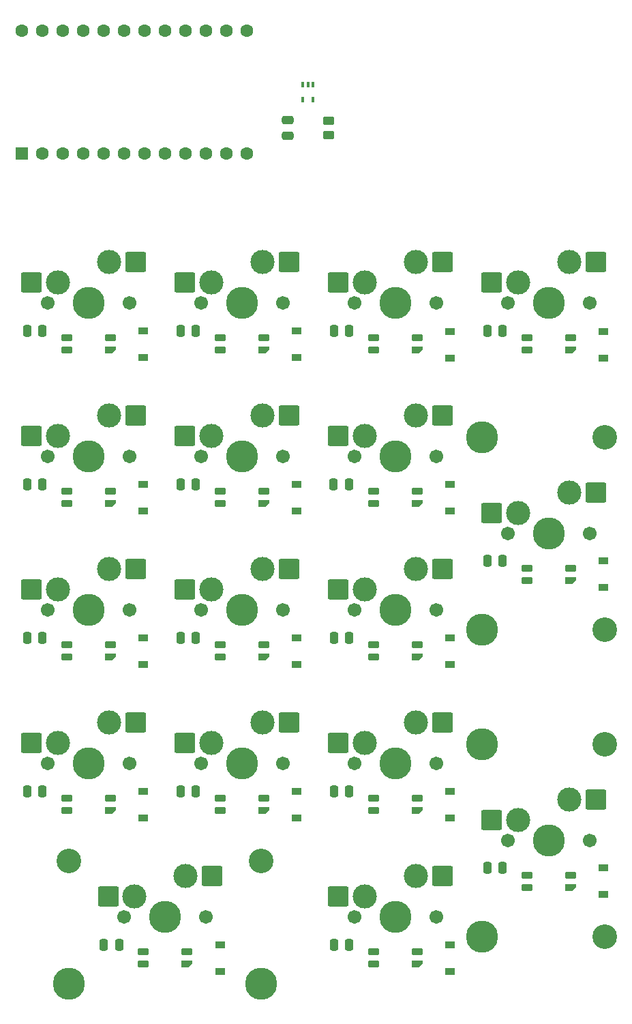
<source format=gbr>
%TF.GenerationSoftware,KiCad,Pcbnew,(6.0.10-0)*%
%TF.CreationDate,2023-02-04T09:28:37-08:00*%
%TF.ProjectId,ElephantKeyboard,456c6570-6861-46e7-944b-6579626f6172,rev?*%
%TF.SameCoordinates,Original*%
%TF.FileFunction,Soldermask,Bot*%
%TF.FilePolarity,Negative*%
%FSLAX46Y46*%
G04 Gerber Fmt 4.6, Leading zero omitted, Abs format (unit mm)*
G04 Created by KiCad (PCBNEW (6.0.10-0)) date 2023-02-04 09:28:37*
%MOMM*%
%LPD*%
G01*
G04 APERTURE LIST*
G04 Aperture macros list*
%AMRoundRect*
0 Rectangle with rounded corners*
0 $1 Rounding radius*
0 $2 $3 $4 $5 $6 $7 $8 $9 X,Y pos of 4 corners*
0 Add a 4 corners polygon primitive as box body*
4,1,4,$2,$3,$4,$5,$6,$7,$8,$9,$2,$3,0*
0 Add four circle primitives for the rounded corners*
1,1,$1+$1,$2,$3*
1,1,$1+$1,$4,$5*
1,1,$1+$1,$6,$7*
1,1,$1+$1,$8,$9*
0 Add four rect primitives between the rounded corners*
20,1,$1+$1,$2,$3,$4,$5,0*
20,1,$1+$1,$4,$5,$6,$7,0*
20,1,$1+$1,$6,$7,$8,$9,0*
20,1,$1+$1,$8,$9,$2,$3,0*%
%AMFreePoly0*
4,1,18,-0.410000,0.593000,-0.403758,0.624380,-0.385983,0.650983,-0.359380,0.668758,-0.328000,0.675000,0.328000,0.675000,0.359380,0.668758,0.385983,0.650983,0.403758,0.624380,0.410000,0.593000,0.410000,-0.593000,0.403758,-0.624380,0.385983,-0.650983,0.359380,-0.668758,0.328000,-0.675000,0.000000,-0.675000,-0.410000,-0.265000,-0.410000,0.593000,-0.410000,0.593000,$1*%
G04 Aperture macros list end*
%ADD10C,3.000000*%
%ADD11C,3.987800*%
%ADD12C,1.701800*%
%ADD13RoundRect,0.200000X-1.075000X-1.050000X1.075000X-1.050000X1.075000X1.050000X-1.075000X1.050000X0*%
%ADD14C,3.048000*%
%ADD15R,1.600000X1.600000*%
%ADD16C,1.600000*%
%ADD17R,1.200000X0.900000*%
%ADD18RoundRect,0.250000X0.250000X0.475000X-0.250000X0.475000X-0.250000X-0.475000X0.250000X-0.475000X0*%
%ADD19RoundRect,0.082000X0.593000X-0.328000X0.593000X0.328000X-0.593000X0.328000X-0.593000X-0.328000X0*%
%ADD20FreePoly0,90.000000*%
%ADD21R,0.400000X0.650000*%
%ADD22RoundRect,0.250000X-0.475000X0.250000X-0.475000X-0.250000X0.475000X-0.250000X0.475000X0.250000X0*%
%ADD23RoundRect,0.250000X-0.450000X0.262500X-0.450000X-0.262500X0.450000X-0.262500X0.450000X0.262500X0*%
G04 APERTURE END LIST*
D10*
%TO.C,MX7*%
X113728500Y-87122000D03*
D11*
X111188500Y-92202000D03*
D10*
X107378500Y-89662000D03*
D12*
X116268500Y-92202000D03*
X106108500Y-92202000D03*
D13*
X104103500Y-89662000D03*
X117030500Y-87122000D03*
%TD*%
D12*
%TO.C,MX10*%
X106108500Y-111252000D03*
D10*
X107378500Y-108712000D03*
D11*
X111188500Y-111252000D03*
D12*
X116268500Y-111252000D03*
D10*
X113728500Y-106172000D03*
D13*
X104103500Y-108712000D03*
X117030500Y-106172000D03*
%TD*%
D10*
%TO.C,MX8*%
X75628500Y-106172000D03*
X69278500Y-108712000D03*
D12*
X68008500Y-111252000D03*
D11*
X73088500Y-111252000D03*
D12*
X78168500Y-111252000D03*
D13*
X66003500Y-108712000D03*
X78930500Y-106172000D03*
%TD*%
D10*
%TO.C,MX13*%
X88328500Y-127762000D03*
D11*
X92138500Y-130302000D03*
D12*
X87058500Y-130302000D03*
D10*
X94678500Y-125222000D03*
D12*
X97218500Y-130302000D03*
D13*
X85053500Y-127762000D03*
X97980500Y-125222000D03*
%TD*%
D12*
%TO.C,MX6*%
X87058500Y-92202000D03*
D11*
X92138500Y-92202000D03*
D10*
X88328500Y-89662000D03*
D12*
X97218500Y-92202000D03*
D10*
X94678500Y-87122000D03*
D13*
X85053500Y-89662000D03*
X97980500Y-87122000D03*
%TD*%
D14*
%TO.C,MX17*%
X137223500Y-127889000D03*
D12*
X125158500Y-139827000D03*
D14*
X137223500Y-151765000D03*
D10*
X132778500Y-134747000D03*
D12*
X135318500Y-139827000D03*
D11*
X121983500Y-127889000D03*
X121983500Y-151765000D03*
D10*
X126428500Y-137287000D03*
D11*
X130238500Y-139827000D03*
D13*
X123153500Y-137287000D03*
X136080500Y-134747000D03*
%TD*%
D15*
%TO.C,U1*%
X64770000Y-54610000D03*
D16*
X67310000Y-54610000D03*
X69850000Y-54610000D03*
X72390000Y-54610000D03*
X74930000Y-54610000D03*
X77470000Y-54610000D03*
X80010000Y-54610000D03*
X82550000Y-54610000D03*
X85090000Y-54610000D03*
X87630000Y-54610000D03*
X90170000Y-54610000D03*
X92710000Y-54610000D03*
X92710000Y-39370000D03*
X90170000Y-39370000D03*
X87630000Y-39370000D03*
X85090000Y-39370000D03*
X82550000Y-39370000D03*
X80010000Y-39370000D03*
X77470000Y-39370000D03*
X74930000Y-39370000D03*
X72390000Y-39370000D03*
X69850000Y-39370000D03*
X67310000Y-39370000D03*
X64770000Y-39370000D03*
%TD*%
D11*
%TO.C,MX11*%
X121983500Y-113665000D03*
D14*
X137223500Y-113665000D03*
D11*
X121983500Y-89789000D03*
D14*
X137223500Y-89789000D03*
D12*
X125158500Y-101727000D03*
D11*
X130238500Y-101727000D03*
D10*
X132778500Y-96647000D03*
X126428500Y-99187000D03*
D12*
X135318500Y-101727000D03*
D13*
X123153500Y-99187000D03*
X136080500Y-96647000D03*
%TD*%
D12*
%TO.C,MX3*%
X106108500Y-73152000D03*
X116268500Y-73152000D03*
D11*
X111188500Y-73152000D03*
D10*
X113728500Y-68072000D03*
X107378500Y-70612000D03*
D13*
X104103500Y-70612000D03*
X117030500Y-68072000D03*
%TD*%
D11*
%TO.C,MX5*%
X73088500Y-92202000D03*
D10*
X69278500Y-89662000D03*
D12*
X68008500Y-92202000D03*
D10*
X75628500Y-87122000D03*
D12*
X78168500Y-92202000D03*
D13*
X66003500Y-89662000D03*
X78930500Y-87122000D03*
%TD*%
D10*
%TO.C,MX4*%
X126428500Y-70612000D03*
D12*
X125158500Y-73152000D03*
D10*
X132778500Y-68072000D03*
D12*
X135318500Y-73152000D03*
D11*
X130238500Y-73152000D03*
D13*
X123153500Y-70612000D03*
X136080500Y-68072000D03*
%TD*%
D10*
%TO.C,MX14*%
X113728500Y-125222000D03*
D12*
X106108500Y-130302000D03*
D11*
X111188500Y-130302000D03*
D10*
X107378500Y-127762000D03*
D12*
X116268500Y-130302000D03*
D13*
X104103500Y-127762000D03*
X117030500Y-125222000D03*
%TD*%
D11*
%TO.C,MX2*%
X92138500Y-73152000D03*
D12*
X97218500Y-73152000D03*
D10*
X88328500Y-70612000D03*
X94678500Y-68072000D03*
D12*
X87058500Y-73152000D03*
D13*
X85053500Y-70612000D03*
X97980500Y-68072000D03*
%TD*%
D11*
%TO.C,MX15*%
X70675500Y-157607000D03*
D10*
X85153500Y-144272000D03*
D14*
X94551500Y-142367000D03*
X70675500Y-142367000D03*
D11*
X94551500Y-157607000D03*
D12*
X87693500Y-149352000D03*
X77533500Y-149352000D03*
D11*
X82613500Y-149352000D03*
D10*
X78803500Y-146812000D03*
D13*
X75528500Y-146812000D03*
X88455500Y-144272000D03*
%TD*%
D10*
%TO.C,MX9*%
X94678500Y-106172000D03*
D12*
X87058500Y-111252000D03*
D10*
X88328500Y-108712000D03*
D11*
X92138500Y-111252000D03*
D12*
X97218500Y-111252000D03*
D13*
X85053500Y-108712000D03*
X97980500Y-106172000D03*
%TD*%
D10*
%TO.C,MX16*%
X113728500Y-144272000D03*
D12*
X116268500Y-149352000D03*
X106108500Y-149352000D03*
D10*
X107378500Y-146812000D03*
D11*
X111188500Y-149352000D03*
D13*
X104103500Y-146812000D03*
X117030500Y-144272000D03*
%TD*%
D10*
%TO.C,MX12*%
X75628500Y-125222000D03*
X69278500Y-127762000D03*
D12*
X78168500Y-130302000D03*
X68008500Y-130302000D03*
D11*
X73088500Y-130302000D03*
D13*
X66003500Y-127762000D03*
X78930500Y-125222000D03*
%TD*%
D12*
%TO.C,MX1*%
X78168500Y-73152000D03*
D11*
X73088500Y-73152000D03*
D10*
X69278500Y-70612000D03*
D12*
X68008500Y-73152000D03*
D10*
X75628500Y-68072000D03*
D13*
X66003500Y-70612000D03*
X78930500Y-68072000D03*
%TD*%
D17*
%TO.C,D13*%
X98933000Y-137032000D03*
X98933000Y-133732000D03*
%TD*%
%TO.C,D11*%
X137033000Y-108457000D03*
X137033000Y-105157000D03*
%TD*%
D18*
%TO.C,C17*%
X124521000Y-143256000D03*
X122621000Y-143256000D03*
%TD*%
D19*
%TO.C,LED15*%
X79888500Y-153682000D03*
X79888500Y-155182000D03*
X85338500Y-153682000D03*
D20*
X85338500Y-155182000D03*
%TD*%
D17*
%TO.C,D7*%
X117983000Y-98932000D03*
X117983000Y-95632000D03*
%TD*%
D18*
%TO.C,C11*%
X124521000Y-105156000D03*
X122621000Y-105156000D03*
%TD*%
D17*
%TO.C,D17*%
X137033000Y-146557000D03*
X137033000Y-143257000D03*
%TD*%
D19*
%TO.C,LED5*%
X70363500Y-96532000D03*
X70363500Y-98032000D03*
X75813500Y-96532000D03*
D20*
X75813500Y-98032000D03*
%TD*%
D19*
%TO.C,LED3*%
X108463500Y-77482000D03*
X108463500Y-78982000D03*
X113913500Y-77482000D03*
D20*
X113913500Y-78982000D03*
%TD*%
D17*
%TO.C,D5*%
X79883000Y-98932000D03*
X79883000Y-95632000D03*
%TD*%
D19*
%TO.C,LED13*%
X89413500Y-134632000D03*
X89413500Y-136132000D03*
X94863500Y-134632000D03*
D20*
X94863500Y-136132000D03*
%TD*%
D17*
%TO.C,D6*%
X98933000Y-98932000D03*
X98933000Y-95632000D03*
%TD*%
D19*
%TO.C,LED17*%
X127513500Y-144157000D03*
X127513500Y-145657000D03*
X132963500Y-144157000D03*
D20*
X132963500Y-145657000D03*
%TD*%
D18*
%TO.C,C6*%
X86421000Y-95631000D03*
X84521000Y-95631000D03*
%TD*%
D17*
%TO.C,D3*%
X117983000Y-80009000D03*
X117983000Y-76709000D03*
%TD*%
%TO.C,D2*%
X98933000Y-79882000D03*
X98933000Y-76582000D03*
%TD*%
D19*
%TO.C,LED6*%
X89413500Y-96532000D03*
X89413500Y-98032000D03*
X94863500Y-96532000D03*
D20*
X94863500Y-98032000D03*
%TD*%
D18*
%TO.C,C1*%
X67371000Y-76581000D03*
X65471000Y-76581000D03*
%TD*%
D19*
%TO.C,LED16*%
X108463500Y-153682000D03*
X108463500Y-155182000D03*
X113913500Y-153682000D03*
D20*
X113913500Y-155182000D03*
%TD*%
D18*
%TO.C,C8*%
X67371000Y-114681000D03*
X65471000Y-114681000D03*
%TD*%
%TO.C,C16*%
X105471000Y-152781000D03*
X103571000Y-152781000D03*
%TD*%
D17*
%TO.C,D9*%
X98933000Y-117982000D03*
X98933000Y-114682000D03*
%TD*%
D18*
%TO.C,C13*%
X86421000Y-133731000D03*
X84521000Y-133731000D03*
%TD*%
D19*
%TO.C,LED4*%
X127513500Y-77482000D03*
X127513500Y-78982000D03*
X132963500Y-77482000D03*
D20*
X132963500Y-78982000D03*
%TD*%
D17*
%TO.C,D12*%
X79883000Y-137032000D03*
X79883000Y-133732000D03*
%TD*%
D19*
%TO.C,LED10*%
X108463500Y-115582000D03*
X108463500Y-117082000D03*
X113913500Y-115582000D03*
D20*
X113913500Y-117082000D03*
%TD*%
D18*
%TO.C,C2*%
X86421000Y-76581000D03*
X84521000Y-76581000D03*
%TD*%
D19*
%TO.C,LED9*%
X89413500Y-115582000D03*
X89413500Y-117082000D03*
X94863500Y-115582000D03*
D20*
X94863500Y-117082000D03*
%TD*%
D18*
%TO.C,C15*%
X76896000Y-152781000D03*
X74996000Y-152781000D03*
%TD*%
D19*
%TO.C,LED1*%
X70363500Y-77482000D03*
X70363500Y-78982000D03*
X75813500Y-77482000D03*
D20*
X75813500Y-78982000D03*
%TD*%
D19*
%TO.C,LED12*%
X70363500Y-134632000D03*
X70363500Y-136132000D03*
X75813500Y-134632000D03*
D20*
X75813500Y-136132000D03*
%TD*%
D17*
%TO.C,D15*%
X89408000Y-156082000D03*
X89408000Y-152782000D03*
%TD*%
D18*
%TO.C,C14*%
X105471000Y-133731000D03*
X103571000Y-133731000D03*
%TD*%
D19*
%TO.C,LED14*%
X108463500Y-134632000D03*
X108463500Y-136132000D03*
X113913500Y-134632000D03*
D20*
X113913500Y-136132000D03*
%TD*%
D21*
%TO.C,U2*%
X99680000Y-46040000D03*
X100330000Y-46040000D03*
X100980000Y-46040000D03*
X100980000Y-47940000D03*
X99680000Y-47940000D03*
%TD*%
D22*
%TO.C,C18*%
X97790000Y-50485000D03*
X97790000Y-52385000D03*
%TD*%
D18*
%TO.C,C10*%
X105471000Y-114681000D03*
X103571000Y-114681000D03*
%TD*%
%TO.C,C9*%
X86421000Y-114681000D03*
X84521000Y-114681000D03*
%TD*%
%TO.C,C5*%
X67371000Y-95631000D03*
X65471000Y-95631000D03*
%TD*%
D19*
%TO.C,LED8*%
X70363500Y-115582000D03*
X70363500Y-117082000D03*
X75813500Y-115582000D03*
D20*
X75813500Y-117082000D03*
%TD*%
D18*
%TO.C,C3*%
X105471000Y-76581000D03*
X103571000Y-76581000D03*
%TD*%
D17*
%TO.C,D14*%
X117983000Y-137032000D03*
X117983000Y-133732000D03*
%TD*%
D18*
%TO.C,C4*%
X124521000Y-76581000D03*
X122621000Y-76581000D03*
%TD*%
%TO.C,C7*%
X105410000Y-95631000D03*
X103510000Y-95631000D03*
%TD*%
D17*
%TO.C,D8*%
X79883000Y-117982000D03*
X79883000Y-114682000D03*
%TD*%
D23*
%TO.C,R1*%
X102870000Y-50522500D03*
X102870000Y-52347500D03*
%TD*%
D19*
%TO.C,LED7*%
X108463500Y-96532000D03*
X108463500Y-98032000D03*
X113913500Y-96532000D03*
D20*
X113913500Y-98032000D03*
%TD*%
D17*
%TO.C,D4*%
X137033000Y-80009000D03*
X137033000Y-76709000D03*
%TD*%
%TO.C,D1*%
X79883000Y-79882000D03*
X79883000Y-76582000D03*
%TD*%
D19*
%TO.C,LED2*%
X89413500Y-77482000D03*
X89413500Y-78982000D03*
X94863500Y-77482000D03*
D20*
X94863500Y-78982000D03*
%TD*%
D19*
%TO.C,LED11*%
X127513500Y-106057000D03*
X127513500Y-107557000D03*
X132963500Y-106057000D03*
D20*
X132963500Y-107557000D03*
%TD*%
D17*
%TO.C,D10*%
X117983000Y-117982000D03*
X117983000Y-114682000D03*
%TD*%
D18*
%TO.C,C12*%
X67371000Y-133731000D03*
X65471000Y-133731000D03*
%TD*%
D17*
%TO.C,D16*%
X117983000Y-156082000D03*
X117983000Y-152782000D03*
%TD*%
M02*

</source>
